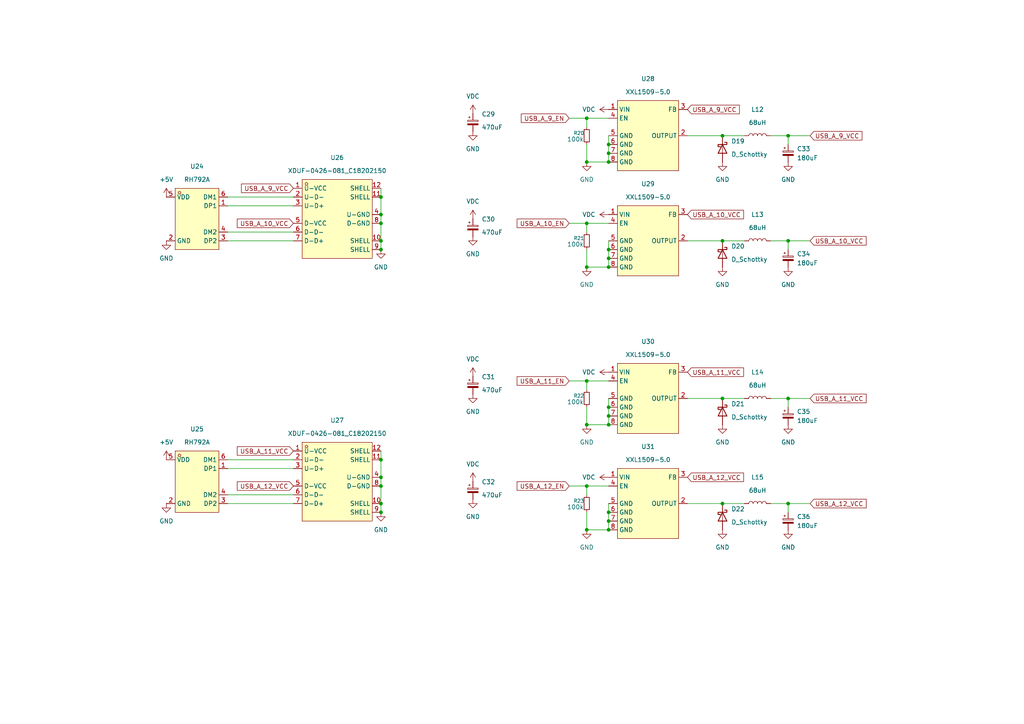
<source format=kicad_sch>
(kicad_sch (version 20250114) (generator "eeschema") (generator_version "9.0")
  (paper "A4")
  (lib_symbols
    (symbol "Device:C_Polarized_Small" (pin_numbers (hide yes)) (pin_names (offset 0.254) (hide yes))
      (property "Reference" "C" (at 0.254 1.778 0))
      (property "Value" "C_Polarized_Small" (at 0.254 -2.032 0))
      (symbol "C_Polarized_Small_0_1"
        (rectangle (start -1.524 0.6858) (end 1.524 0.3048))
        (rectangle (start -1.524 -0.3048) (end 1.524 -0.6858) (fill (type outline)))
        (polyline (pts (xy -1.27 1.524) (xy -0.762 1.524)))
        (polyline (pts (xy -1.016 1.27) (xy -1.016 1.778)))
      )
      (symbol "C_Polarized_Small_1_1"
        (pin passive line (at 0 2.54 270) (length 1.8542) (name "~") (number "1"))
        (pin passive line (at 0 -2.54 90) (length 1.8542) (name "~") (number "2"))
      )
    )
    (symbol "Device:D_Schottky" (pin_numbers (hide yes)) (pin_names (offset 1.016) (hide yes))
      (property "Reference" "D" (at 0 2.54 0))
      (property "Value" "D_Schottky" (at 0 -2.54 0))
      (symbol "D_Schottky_0_1"
        (polyline (pts (xy -1.905 0.635) (xy -1.905 1.27) (xy -1.27 1.27) (xy -1.27 -1.27) (xy -0.635 -1.27) (xy -0.635 -0.635)) (stroke (width 0.254)))
        (polyline (pts (xy 1.27 1.27) (xy 1.27 -1.27) (xy -1.27 0) (xy 1.27 1.27)) (stroke (width 0.254)))
        (polyline (pts (xy 1.27 0) (xy -1.27 0)))
      )
      (symbol "D_Schottky_1_1"
        (pin passive line (at -3.81 0 0) (length 2.54) (name "K") (number "1"))
        (pin passive line (at 3.81 0 180) (length 2.54) (name "A") (number "2"))
      )
    )
    (symbol "Device:L" (pin_numbers (hide yes)) (pin_names (offset 1.016) (hide yes))
      (property "Reference" "L" (at -1.27 0 90))
      (property "Value" "L" (at 1.905 0 90))
      (symbol "L_0_1"
        (arc (start 0 2.54) (mid 0.6323 1.905) (end 0 1.27))
        (arc (start 0 1.27) (mid 0.6323 0.635) (end 0 0))
        (arc (start 0 0) (mid 0.6323 -0.635) (end 0 -1.27))
        (arc (start 0 -1.27) (mid 0.6323 -1.905) (end 0 -2.54))
      )
      (symbol "L_1_1"
        (pin passive line (at 0 3.81 270) (length 1.27) (name "1") (number "1"))
        (pin passive line (at 0 -3.81 90) (length 1.27) (name "2") (number "2"))
      )
    )
    (symbol "Device:R_Small" (pin_numbers (hide yes)) (pin_names (offset 0.254) (hide yes))
      (property "Reference" "R" (at 0 0 90))
      (property "Value" "R_Small" (at 1.778 0 90))
      (symbol "R_Small_0_1"
        (rectangle (start -0.762 1.778) (end 0.762 -1.778) (stroke (width 0.2032)))
      )
      (symbol "R_Small_1_1"
        (pin passive line (at 0 2.54 270) (length 0.762) (name "~") (number "1"))
        (pin passive line (at 0 -2.54 90) (length 0.762) (name "~") (number "2"))
      )
    )
    (symbol "EasyEDA:RH792A"
      (property "Reference" "U" (at 0 7.62 0))
      (property "Value" "RH792A" (at 0 -14.986 0))
      (symbol "RH792A_0_1"
        (rectangle (start -6.35 5.08) (end 6.35 -12.7) (fill (type background)))
        (circle (center -5.08 3.81) (radius 0.38))
        (pin unspecified line (at -8.89 2.54 0) (length 2.54) (name "VDD") (number "5"))
        (pin unspecified line (at -8.89 -10.16 0) (length 2.54) (name "GND") (number "2"))
        (pin unspecified line (at 8.89 2.54 180) (length 2.54) (name "DM1") (number "6"))
        (pin unspecified line (at 8.89 0 180) (length 2.54) (name "DP1") (number "1"))
        (pin unspecified line (at 8.89 -7.62 180) (length 2.54) (name "DM2") (number "4"))
        (pin unspecified line (at 8.89 -10.16 180) (length 2.54) (name "DP2") (number "3"))
      )
    )
    (symbol "EasyEDA:XDUF-0426-081_C18202150"
      (property "Reference" "U" (at 0 15.24 0))
      (property "Value" "XDUF-0426-081_C18202150" (at 0 -12.7 0))
      (symbol "XDUF-0426-081_C18202150_0_1"
        (rectangle (start -10.16 12.7) (end 10.16 -10.16) (fill (type background)))
        (circle (center -8.89 11.43) (radius 0.38))
        (pin unspecified line (at -12.7 10.16 0) (length 2.54) (name "U-VCC") (number "1"))
        (pin unspecified line (at -12.7 7.62 0) (length 2.54) (name "U-D-") (number "2"))
        (pin unspecified line (at -12.7 5.08 0) (length 2.54) (name "U-D+") (number "3"))
        (pin unspecified line (at -12.7 0 0) (length 2.54) (name "D-VCC") (number "5"))
        (pin unspecified line (at -12.7 -2.54 0) (length 2.54) (name "D-D-") (number "6"))
        (pin unspecified line (at -12.7 -5.08 0) (length 2.54) (name "D-D+") (number "7"))
        (pin unspecified line (at 12.7 10.16 180) (length 2.54) (name "SHELL") (number "12"))
        (pin unspecified line (at 12.7 7.62 180) (length 2.54) (name "SHELL") (number "11"))
        (pin unspecified line (at 12.7 2.54 180) (length 2.54) (name "U-GND") (number "4"))
        (pin unspecified line (at 12.7 0 180) (length 2.54) (name "D-GND") (number "8"))
        (pin unspecified line (at 12.7 -5.08 180) (length 2.54) (name "SHELL") (number "10"))
        (pin unspecified line (at 12.7 -7.62 180) (length 2.54) (name "SHELL") (number "9"))
      )
    )
    (symbol "EasyEDA:XXL1509-5.0"
      (property "Reference" "U" (at 0 12.7 0))
      (property "Value" "XXL1509-5.0" (at 0 -12.7 0))
      (symbol "XXL1509-5.0_0_1"
        (rectangle (start -8.89 10.16) (end 8.89 -10.16) (fill (type background)))
        (pin unspecified line (at -11.43 7.62 0) (length 2.54) (name "FB") (number "3"))
        (pin unspecified line (at -11.43 0 0) (length 2.54) (name "OUTPUT") (number "2"))
        (pin unspecified line (at 11.43 7.62 180) (length 2.54) (name "VIN") (number "1"))
        (pin unspecified line (at 11.43 5.08 180) (length 2.54) (name "EN") (number "4"))
        (pin unspecified line (at 11.43 0 180) (length 2.54) (name "GND") (number "5"))
        (pin unspecified line (at 11.43 -2.54 180) (length 2.54) (name "GND") (number "6"))
        (pin unspecified line (at 11.43 -5.08 180) (length 2.54) (name "GND") (number "7"))
        (pin unspecified line (at 11.43 -7.62 180) (length 2.54) (name "GND") (number "8"))
      )
    )
    (symbol "power:+5V" (power) (pin_numbers (hide yes)) (pin_names (offset 0) (hide yes))
      (property "Value" "+5V" (at 0 3.556 0))
      (symbol "+5V_0_1"
        (polyline (pts (xy -0.762 1.27) (xy 0 2.54)))
        (polyline (pts (xy 0 2.54) (xy 0.762 1.27)))
        (polyline (pts (xy 0 0) (xy 0 2.54)))
      )
      (symbol "+5V_1_1"
        (pin power_in line (at 0 0 90) (length 0) (name "~") (number "1"))
      )
    )
    (symbol "power:GND" (power) (pin_numbers (hide yes)) (pin_names (offset 0) (hide yes))
      (property "Value" "GND" (at 0 -3.81 0))
      (symbol "GND_0_1"
        (polyline (pts (xy 0 0) (xy 0 -1.27) (xy 1.27 -1.27) (xy 0 -2.54) (xy -1.27 -1.27) (xy 0 -1.27)))
      )
      (symbol "GND_1_1"
        (pin power_in line (at 0 0 270) (length 0) (name "~") (number "1"))
      )
    )
    (symbol "power:VDC" (power) (pin_numbers (hide yes)) (pin_names (offset 0) (hide yes))
      (property "Value" "VDC" (at 0 3.556 0))
      (symbol "VDC_0_1"
        (polyline (pts (xy -0.762 1.27) (xy 0 2.54)))
        (polyline (pts (xy 0 2.54) (xy 0.762 1.27)))
        (polyline (pts (xy 0 0) (xy 0 2.54)))
      )
      (symbol "VDC_1_1"
        (pin power_in line (at 0 0 90) (length 0) (name "~") (number "1"))
      )
    )
  )
  (junction (at 176.53 44.45))
  (junction (at 176.53 151.13))
  (junction (at 209.55 39.37))
  (junction (at 176.53 148.59))
  (junction (at 176.53 77.47))
  (junction (at 228.6 146.05))
  (junction (at 209.55 146.05))
  (junction (at 176.53 74.93))
  (junction (at 170.18 34.29))
  (junction (at 170.18 77.47))
  (junction (at 110.49 57.15))
  (junction (at 170.18 153.67))
  (junction (at 110.49 146.05))
  (junction (at 228.6 115.57))
  (junction (at 176.53 46.99))
  (junction (at 176.53 120.65))
  (junction (at 176.53 41.91))
  (junction (at 110.49 69.85))
  (junction (at 228.6 39.37))
  (junction (at 176.53 153.67))
  (junction (at 110.49 72.39))
  (junction (at 228.6 69.85))
  (junction (at 110.49 148.59))
  (junction (at 170.18 110.49))
  (junction (at 110.49 133.35))
  (junction (at 110.49 138.43))
  (junction (at 209.55 69.85))
  (junction (at 170.18 46.99))
  (junction (at 110.49 62.23))
  (junction (at 110.49 140.97))
  (junction (at 209.55 115.57))
  (junction (at 176.53 118.11))
  (junction (at 170.18 64.77))
  (junction (at 170.18 140.97))
  (junction (at 176.53 72.39))
  (junction (at 170.18 123.19))
  (junction (at 176.53 123.19))
  (junction (at 110.49 64.77))
  (wire (pts (xy 176.53 46.99) (xy 176.53 44.45)))
  (wire (pts (xy 176.53 77.47) (xy 176.53 74.93)))
  (wire (pts (xy 209.55 39.37) (xy 215.9 39.37)))
  (wire (pts (xy 110.49 133.35) (xy 110.49 138.43)))
  (wire (pts (xy 176.53 151.13) (xy 176.53 148.59)))
  (wire (pts (xy 170.18 34.29) (xy 170.18 36.83)))
  (wire (pts (xy 223.52 115.57) (xy 228.6 115.57)))
  (wire (pts (xy 228.6 148.59) (xy 228.6 146.05)))
  (wire (pts (xy 66.04 146.05) (xy 85.09 146.05)))
  (wire (pts (xy 176.53 115.57) (xy 176.53 118.11)))
  (wire (pts (xy 209.55 146.05) (xy 215.9 146.05)))
  (wire (pts (xy 176.53 69.85) (xy 176.53 72.39)))
  (wire (pts (xy 165.1 34.29) (xy 170.18 34.29)))
  (wire (pts (xy 170.18 34.29) (xy 176.53 34.29)))
  (wire (pts (xy 228.6 72.39) (xy 228.6 69.85)))
  (wire (pts (xy 199.39 69.85) (xy 209.55 69.85)))
  (wire (pts (xy 170.18 77.47) (xy 170.18 72.39)))
  (wire (pts (xy 110.49 57.15) (xy 110.49 62.23)))
  (wire (pts (xy 228.6 41.91) (xy 228.6 39.37)))
  (wire (pts (xy 209.55 115.57) (xy 215.9 115.57)))
  (wire (pts (xy 176.53 146.05) (xy 176.53 148.59)))
  (wire (pts (xy 165.1 140.97) (xy 170.18 140.97)))
  (wire (pts (xy 170.18 46.99) (xy 170.18 41.91)))
  (wire (pts (xy 110.49 146.05) (xy 110.49 148.59)))
  (wire (pts (xy 66.04 143.51) (xy 85.09 143.51)))
  (wire (pts (xy 66.04 67.31) (xy 85.09 67.31)))
  (wire (pts (xy 170.18 64.77) (xy 176.53 64.77)))
  (wire (pts (xy 228.6 115.57) (xy 234.95 115.57)))
  (wire (pts (xy 223.52 69.85) (xy 228.6 69.85)))
  (wire (pts (xy 165.1 110.49) (xy 170.18 110.49)))
  (wire (pts (xy 66.04 59.69) (xy 85.09 59.69)))
  (wire (pts (xy 209.55 69.85) (xy 215.9 69.85)))
  (wire (pts (xy 199.39 115.57) (xy 209.55 115.57)))
  (wire (pts (xy 66.04 135.89) (xy 85.09 135.89)))
  (wire (pts (xy 176.53 153.67) (xy 176.53 151.13)))
  (wire (pts (xy 228.6 146.05) (xy 234.95 146.05)))
  (wire (pts (xy 223.52 146.05) (xy 228.6 146.05)))
  (wire (pts (xy 66.04 57.15) (xy 85.09 57.15)))
  (wire (pts (xy 66.04 133.35) (xy 85.09 133.35)))
  (wire (pts (xy 110.49 54.61) (xy 110.49 57.15)))
  (wire (pts (xy 170.18 110.49) (xy 170.18 113.03)))
  (wire (pts (xy 199.39 39.37) (xy 209.55 39.37)))
  (wire (pts (xy 228.6 118.11) (xy 228.6 115.57)))
  (wire (pts (xy 170.18 153.67) (xy 170.18 148.59)))
  (wire (pts (xy 176.53 44.45) (xy 176.53 41.91)))
  (wire (pts (xy 228.6 39.37) (xy 234.95 39.37)))
  (wire (pts (xy 170.18 46.99) (xy 176.53 46.99)))
  (wire (pts (xy 170.18 110.49) (xy 176.53 110.49)))
  (wire (pts (xy 110.49 62.23) (xy 110.49 64.77)))
  (wire (pts (xy 110.49 130.81) (xy 110.49 133.35)))
  (wire (pts (xy 176.53 123.19) (xy 176.53 120.65)))
  (wire (pts (xy 170.18 140.97) (xy 170.18 143.51)))
  (wire (pts (xy 170.18 153.67) (xy 176.53 153.67)))
  (wire (pts (xy 170.18 123.19) (xy 170.18 118.11)))
  (wire (pts (xy 176.53 120.65) (xy 176.53 118.11)))
  (wire (pts (xy 170.18 123.19) (xy 176.53 123.19)))
  (wire (pts (xy 66.04 69.85) (xy 85.09 69.85)))
  (wire (pts (xy 176.53 39.37) (xy 176.53 41.91)))
  (wire (pts (xy 170.18 77.47) (xy 176.53 77.47)))
  (wire (pts (xy 228.6 69.85) (xy 234.95 69.85)))
  (wire (pts (xy 170.18 64.77) (xy 170.18 67.31)))
  (wire (pts (xy 110.49 140.97) (xy 110.49 146.05)))
  (wire (pts (xy 223.52 39.37) (xy 228.6 39.37)))
  (wire (pts (xy 165.1 64.77) (xy 170.18 64.77)))
  (wire (pts (xy 170.18 140.97) (xy 176.53 140.97)))
  (wire (pts (xy 110.49 138.43) (xy 110.49 140.97)))
  (wire (pts (xy 110.49 69.85) (xy 110.49 72.39)))
  (wire (pts (xy 176.53 74.93) (xy 176.53 72.39)))
  (wire (pts (xy 199.39 146.05) (xy 209.55 146.05)))
  (wire (pts (xy 110.49 64.77) (xy 110.49 69.85)))
  (global_label "USB_A_11_VCC" (shape input) (at 85.09 130.81 180) (property "Intersheetrefs" "${INTERSHEET_REFS}" (effects (hide yes))))
  (global_label "USB_A_12_VCC" (shape input) (at 234.95 146.05 0) (property "Intersheetrefs" "${INTERSHEET_REFS}" (effects (hide yes))))
  (global_label "USB_A_10_VCC" (shape input) (at 234.95 69.85 0) (property "Intersheetrefs" "${INTERSHEET_REFS}" (effects (hide yes))))
  (global_label "USB_A_10_EN" (shape input) (at 165.1 64.77 180) (property "Intersheetrefs" "${INTERSHEET_REFS}" (effects (hide yes))))
  (global_label "USB_A_9_VCC" (shape input) (at 234.95 39.37 0) (property "Intersheetrefs" "${INTERSHEET_REFS}" (effects (hide yes))))
  (global_label "USB_A_10_VCC" (shape input) (at 199.39 62.23 0) (property "Intersheetrefs" "${INTERSHEET_REFS}" (effects (hide yes))))
  (global_label "USB_A_9_VCC" (shape input) (at 85.09 54.61 180) (property "Intersheetrefs" "${INTERSHEET_REFS}" (effects (hide yes))))
  (global_label "USB_A_12_VCC" (shape input) (at 85.09 140.97 180) (property "Intersheetrefs" "${INTERSHEET_REFS}" (effects (hide yes))))
  (global_label "USB_A_10_VCC" (shape input) (at 85.09 64.77 180) (property "Intersheetrefs" "${INTERSHEET_REFS}" (effects (hide yes))))
  (global_label "USB_A_11_VCC" (shape input) (at 234.95 115.57 0) (property "Intersheetrefs" "${INTERSHEET_REFS}" (effects (hide yes))))
  (global_label "USB_A_9_VCC" (shape input) (at 199.39 31.75 0) (property "Intersheetrefs" "${INTERSHEET_REFS}" (effects (hide yes))))
  (global_label "USB_A_12_VCC" (shape input) (at 199.39 138.43 0) (property "Intersheetrefs" "${INTERSHEET_REFS}" (effects (hide yes))))
  (global_label "USB_A_9_EN" (shape input) (at 165.1 34.29 180) (property "Intersheetrefs" "${INTERSHEET_REFS}" (effects (hide yes))))
  (global_label "USB_A_11_EN" (shape input) (at 165.1 110.49 180) (property "Intersheetrefs" "${INTERSHEET_REFS}" (effects (hide yes))))
  (global_label "USB_A_12_EN" (shape input) (at 165.1 140.97 180) (property "Intersheetrefs" "${INTERSHEET_REFS}" (effects (hide yes))))
  (global_label "USB_A_11_VCC" (shape input) (at 199.39 107.95 0) (property "Intersheetrefs" "${INTERSHEET_REFS}" (effects (hide yes))))
  (symbol (lib_id "power:VDC") (at 137.16 109.22 0) (unit 1)
    (property "Reference" "#PWR0182" (effects (hide yes)))
    (property "Value" "VDC" (at 137.16 104.14 0))
    (property "Description" "Power symbol creates a global label with name \"VDC\"" (effects (hide yes)))
  )
  (symbol (lib_id "power:GND") (at 228.6 46.99 0) (unit 1)
    (property "Reference" "#PWR0198" (effects (hide yes)))
    (property "Value" "GND" (at 228.6 52.07 0))
    (property "Description" "Power symbol creates a global label with name \"GND\" , ground" (effects (hide yes)))
  )
  (symbol (lib_id "power:GND") (at 209.55 123.19 0) (unit 1)
    (property "Reference" "#PWR0196" (effects (hide yes)))
    (property "Value" "GND" (at 209.55 128.27 0))
    (property "Description" "Power symbol creates a global label with name \"GND\" , ground" (effects (hide yes)))
  )
  (symbol (lib_id "EasyEDA:XXL1509-5.0") (at 187.96 115.57 0) (mirror y) (unit 1)
    (property "Reference" "U30" (at 187.96 99.06 0))
    (property "Value" "XXL1509-5.0" (at 187.96 102.87 0))
    (property "Footprint" "easyeda2kicad:SOIC-8_L4.9-W3.9-P1.27-LS6.0-BL" (effects (hide yes)))
    (property "LCSC Part" "C42376977" (effects (hide yes)))
  )
  (symbol (lib_id "power:GND") (at 170.18 77.47 0) (mirror y) (unit 1)
    (property "Reference" "#PWR0187" (effects (hide yes)))
    (property "Value" "GND" (at 170.18 82.55 0))
    (property "Description" "Power symbol creates a global label with name \"GND\" , ground" (effects (hide yes)))
  )
  (symbol (lib_id "EasyEDA:XDUF-0426-081_C18202150") (at 97.79 64.77 0) (unit 1)
    (property "Reference" "U26" (at 97.79 45.72 0))
    (property "Value" "XDUF-0426-081_C18202150" (at 97.79 49.53 0))
    (property "Footprint" "easyeda2kicad:USB-A-TH_XDUF-0426-081" (effects (hide yes)))
    (property "LCSC Part" "C18202150" (effects (hide yes)))
  )
  (symbol (lib_id "EasyEDA:XXL1509-5.0") (at 187.96 39.37 0) (mirror y) (unit 1)
    (property "Reference" "U28" (at 187.96 22.86 0))
    (property "Value" "XXL1509-5.0" (at 187.96 26.67 0))
    (property "Footprint" "easyeda2kicad:SOIC-8_L4.9-W3.9-P1.27-LS6.0-BL" (effects (hide yes)))
    (property "LCSC Part" "C42376977" (effects (hide yes)))
  )
  (symbol (lib_id "power:GND") (at 170.18 153.67 0) (mirror y) (unit 1)
    (property "Reference" "#PWR0189" (effects (hide yes)))
    (property "Value" "GND" (at 170.18 158.75 0))
    (property "Description" "Power symbol creates a global label with name \"GND\" , ground" (effects (hide yes)))
  )
  (symbol (lib_id "power:GND") (at 48.26 69.85 0) (unit 1)
    (property "Reference" "#PWR0173" (effects (hide yes)))
    (property "Value" "GND" (at 48.26 74.93 0))
    (property "Description" "Power symbol creates a global label with name \"GND\" , ground" (effects (hide yes)))
  )
  (symbol (lib_id "power:GND") (at 228.6 123.19 0) (unit 1)
    (property "Reference" "#PWR0200" (effects (hide yes)))
    (property "Value" "GND" (at 228.6 128.27 0))
    (property "Description" "Power symbol creates a global label with name \"GND\" , ground" (effects (hide yes)))
  )
  (symbol (lib_id "power:VDC") (at 137.16 33.02 0) (unit 1)
    (property "Reference" "#PWR0178" (effects (hide yes)))
    (property "Value" "VDC" (at 137.16 27.94 0))
    (property "Description" "Power symbol creates a global label with name \"VDC\"" (effects (hide yes)))
  )
  (symbol (lib_id "Device:C_Polarized_Small") (at 228.6 120.65 0) (unit 1)
    (property "Reference" "C35" (at 231.14 119.38 0) (effects (justify left)))
    (property "Value" "180uF" (at 231.14 122.0088 0) (effects (justify left)))
    (property "Description" "Polarized capacitor, small symbol" (effects (hide yes)))
  )
  (symbol (lib_id "power:GND") (at 228.6 153.67 0) (unit 1)
    (property "Reference" "#PWR0201" (effects (hide yes)))
    (property "Value" "GND" (at 228.6 158.75 0))
    (property "Description" "Power symbol creates a global label with name \"GND\" , ground" (effects (hide yes)))
  )
  (symbol (lib_id "EasyEDA:RH792A") (at 57.15 135.89 0) (unit 1)
    (property "Reference" "U25" (at 57.15 124.46 0))
    (property "Value" "RH792A" (at 57.15 128.27 0))
    (property "Footprint" "easyeda2kicad:SOT-23-6_L2.9-W1.6-P0.95-LS2.9-BL" (effects (hide yes)))
    (property "LCSC Part" "C240192" (effects (hide yes)))
  )
  (symbol (lib_id "Device:C_Polarized_Small") (at 137.16 111.76 0) (unit 1)
    (property "Reference" "C31" (at 139.7 109.3088 0) (effects (justify left)))
    (property "Value" "470uF" (at 139.7 113.1188 0) (effects (justify left)))
    (property "Description" "Polarized capacitor, small symbol" (effects (hide yes)))
  )
  (symbol (lib_id "Device:C_Polarized_Small") (at 137.16 35.56 0) (unit 1)
    (property "Reference" "C29" (at 139.7 33.1088 0) (effects (justify left)))
    (property "Value" "470uF" (at 139.7 36.9188 0) (effects (justify left)))
    (property "Description" "Polarized capacitor, small symbol" (effects (hide yes)))
  )
  (symbol (lib_id "power:GND") (at 137.16 114.3 0) (unit 1)
    (property "Reference" "#PWR0183" (effects (hide yes)))
    (property "Value" "GND" (at 137.16 119.38 0))
    (property "Description" "Power symbol creates a global label with name \"GND\" , ground" (effects (hide yes)))
  )
  (symbol (lib_id "power:GND") (at 48.26 146.05 0) (unit 1)
    (property "Reference" "#PWR0175" (effects (hide yes)))
    (property "Value" "GND" (at 48.26 151.13 0))
    (property "Description" "Power symbol creates a global label with name \"GND\" , ground" (effects (hide yes)))
  )
  (symbol (lib_id "Device:C_Polarized_Small") (at 228.6 151.13 0) (unit 1)
    (property "Reference" "C36" (at 231.14 149.86 0) (effects (justify left)))
    (property "Value" "180uF" (at 231.14 152.4888 0) (effects (justify left)))
    (property "Description" "Polarized capacitor, small symbol" (effects (hide yes)))
  )
  (symbol (lib_id "power:+5V") (at 48.26 133.35 0) (unit 1)
    (property "Reference" "#PWR0174" (effects (hide yes)))
    (property "Value" "+5V" (at 48.26 128.27 0))
    (property "Description" "Power symbol creates a global label with name \"+5V\"" (effects (hide yes)))
  )
  (symbol (lib_id "Device:D_Schottky") (at 209.55 149.86 270) (unit 1)
    (property "Reference" "D22" (at 212.09 147.6374 90) (effects (justify left)))
    (property "Value" "D_Schottky" (at 212.09 151.4474 90) (effects (justify left)))
    (property "Description" "Schottky diode" (effects (hide yes)))
  )
  (symbol (lib_id "Device:D_Schottky") (at 209.55 43.18 270) (unit 1)
    (property "Reference" "D19" (at 212.09 40.9574 90) (effects (justify left)))
    (property "Value" "D_Schottky" (at 212.09 44.7674 90) (effects (justify left)))
    (property "Description" "Schottky diode" (effects (hide yes)))
  )
  (symbol (lib_id "power:VDC") (at 176.53 107.95 90) (unit 1)
    (property "Reference" "#PWR0192" (effects (hide yes)))
    (property "Value" "VDC" (at 172.72 107.9499 90) (effects (justify left)))
    (property "Description" "Power symbol creates a global label with name \"VDC\"" (effects (hide yes)))
  )
  (symbol (lib_id "power:GND") (at 209.55 46.99 0) (unit 1)
    (property "Reference" "#PWR0194" (effects (hide yes)))
    (property "Value" "GND" (at 209.55 52.07 0))
    (property "Description" "Power symbol creates a global label with name \"GND\" , ground" (effects (hide yes)))
  )
  (symbol (lib_id "power:GND") (at 170.18 46.99 0) (mirror y) (unit 1)
    (property "Reference" "#PWR0186" (effects (hide yes)))
    (property "Value" "GND" (at 170.18 52.07 0))
    (property "Description" "Power symbol creates a global label with name \"GND\" , ground" (effects (hide yes)))
  )
  (symbol (lib_id "Device:C_Polarized_Small") (at 137.16 142.24 0) (unit 1)
    (property "Reference" "C32" (at 139.7 139.7888 0) (effects (justify left)))
    (property "Value" "470uF" (at 139.7 143.5988 0) (effects (justify left)))
    (property "Description" "Polarized capacitor, small symbol" (effects (hide yes)))
  )
  (symbol (lib_id "power:GND") (at 110.49 72.39 0) (unit 1)
    (property "Reference" "#PWR0176" (effects (hide yes)))
    (property "Value" "GND" (at 110.49 77.47 0))
    (property "Description" "Power symbol creates a global label with name \"GND\" , ground" (effects (hide yes)))
  )
  (symbol (lib_id "EasyEDA:XXL1509-5.0") (at 187.96 69.85 0) (mirror y) (unit 1)
    (property "Reference" "U29" (at 187.96 53.34 0))
    (property "Value" "XXL1509-5.0" (at 187.96 57.15 0))
    (property "Footprint" "easyeda2kicad:SOIC-8_L4.9-W3.9-P1.27-LS6.0-BL" (effects (hide yes)))
    (property "LCSC Part" "C42376977" (effects (hide yes)))
  )
  (symbol (lib_id "power:GND") (at 137.16 144.78 0) (unit 1)
    (property "Reference" "#PWR0185" (effects (hide yes)))
    (property "Value" "GND" (at 137.16 149.86 0))
    (property "Description" "Power symbol creates a global label with name \"GND\" , ground" (effects (hide yes)))
  )
  (symbol (lib_id "Device:L") (at 219.71 146.05 90) (unit 1)
    (property "Reference" "L15" (at 219.71 138.43 90))
    (property "Value" "68uH" (at 219.71 142.24 90))
    (property "Description" "Inductor" (effects (hide yes)))
  )
  (symbol (lib_id "power:GND") (at 170.18 123.19 0) (mirror y) (unit 1)
    (property "Reference" "#PWR0188" (effects (hide yes)))
    (property "Value" "GND" (at 170.18 128.27 0))
    (property "Description" "Power symbol creates a global label with name \"GND\" , ground" (effects (hide yes)))
  )
  (symbol (lib_id "power:GND") (at 110.49 148.59 0) (unit 1)
    (property "Reference" "#PWR0177" (effects (hide yes)))
    (property "Value" "GND" (at 110.49 153.67 0))
    (property "Description" "Power symbol creates a global label with name \"GND\" , ground" (effects (hide yes)))
  )
  (symbol (lib_id "Device:C_Polarized_Small") (at 228.6 74.93 0) (unit 1)
    (property "Reference" "C34" (at 231.14 73.66 0) (effects (justify left)))
    (property "Value" "180uF" (at 231.14 76.2888 0) (effects (justify left)))
    (property "Description" "Polarized capacitor, small symbol" (effects (hide yes)))
  )
  (symbol (lib_id "Device:D_Schottky") (at 209.55 73.66 270) (unit 1)
    (property "Reference" "D20" (at 212.09 71.4374 90) (effects (justify left)))
    (property "Value" "D_Schottky" (at 212.09 75.2474 90) (effects (justify left)))
    (property "Description" "Schottky diode" (effects (hide yes)))
  )
  (symbol (lib_id "Device:R_Small") (at 170.18 146.05 180) (unit 1)
    (property "Reference" "R23" (at 167.894 145.288 0) (effects (font (size 1.016 1.016))))
    (property "Value" "100k" (at 166.878 147.066 0))
    (property "Description" "Resistor, small symbol" (effects (hide yes)))
  )
  (symbol (lib_id "Device:R_Small") (at 170.18 39.37 180) (unit 1)
    (property "Reference" "R20" (at 167.894 38.608 0) (effects (font (size 1.016 1.016))))
    (property "Value" "100k" (at 166.878 40.386 0))
    (property "Description" "Resistor, small symbol" (effects (hide yes)))
  )
  (symbol (lib_id "power:+5V") (at 48.26 57.15 0) (unit 1)
    (property "Reference" "#PWR0172" (effects (hide yes)))
    (property "Value" "+5V" (at 48.26 52.07 0))
    (property "Description" "Power symbol creates a global label with name \"+5V\"" (effects (hide yes)))
  )
  (symbol (lib_id "Device:R_Small") (at 170.18 69.85 180) (unit 1)
    (property "Reference" "R21" (at 167.894 69.088 0) (effects (font (size 1.016 1.016))))
    (property "Value" "100k" (at 166.878 70.866 0))
    (property "Description" "Resistor, small symbol" (effects (hide yes)))
  )
  (symbol (lib_id "power:GND") (at 209.55 153.67 0) (unit 1)
    (property "Reference" "#PWR0197" (effects (hide yes)))
    (property "Value" "GND" (at 209.55 158.75 0))
    (property "Description" "Power symbol creates a global label with name \"GND\" , ground" (effects (hide yes)))
  )
  (symbol (lib_id "power:GND") (at 228.6 77.47 0) (unit 1)
    (property "Reference" "#PWR0199" (effects (hide yes)))
    (property "Value" "GND" (at 228.6 82.55 0))
    (property "Description" "Power symbol creates a global label with name \"GND\" , ground" (effects (hide yes)))
  )
  (symbol (lib_id "Device:R_Small") (at 170.18 115.57 180) (unit 1)
    (property "Reference" "R22" (at 167.894 114.808 0) (effects (font (size 1.016 1.016))))
    (property "Value" "100k" (at 166.878 116.586 0))
    (property "Description" "Resistor, small symbol" (effects (hide yes)))
  )
  (symbol (lib_id "Device:D_Schottky") (at 209.55 119.38 270) (unit 1)
    (property "Reference" "D21" (at 212.09 117.1574 90) (effects (justify left)))
    (property "Value" "D_Schottky" (at 212.09 120.9674 90) (effects (justify left)))
    (property "Description" "Schottky diode" (effects (hide yes)))
  )
  (symbol (lib_id "Device:L") (at 219.71 115.57 90) (unit 1)
    (property "Reference" "L14" (at 219.71 107.95 90))
    (property "Value" "68uH" (at 219.71 111.76 90))
    (property "Description" "Inductor" (effects (hide yes)))
  )
  (symbol (lib_id "power:GND") (at 137.16 38.1 0) (unit 1)
    (property "Reference" "#PWR0179" (effects (hide yes)))
    (property "Value" "GND" (at 137.16 43.18 0))
    (property "Description" "Power symbol creates a global label with name \"GND\" , ground" (effects (hide yes)))
  )
  (symbol (lib_id "EasyEDA:XXL1509-5.0") (at 187.96 146.05 0) (mirror y) (unit 1)
    (property "Reference" "U31" (at 187.96 129.54 0))
    (property "Value" "XXL1509-5.0" (at 187.96 133.35 0))
    (property "Footprint" "easyeda2kicad:SOIC-8_L4.9-W3.9-P1.27-LS6.0-BL" (effects (hide yes)))
    (property "LCSC Part" "C42376977" (effects (hide yes)))
  )
  (symbol (lib_id "Device:L") (at 219.71 69.85 90) (unit 1)
    (property "Reference" "L13" (at 219.71 62.23 90))
    (property "Value" "68uH" (at 219.71 66.04 90))
    (property "Description" "Inductor" (effects (hide yes)))
  )
  (symbol (lib_id "Device:L") (at 219.71 39.37 90) (unit 1)
    (property "Reference" "L12" (at 219.71 31.75 90))
    (property "Value" "68uH" (at 219.71 35.56 90))
    (property "Description" "Inductor" (effects (hide yes)))
  )
  (symbol (lib_id "power:GND") (at 137.16 68.58 0) (unit 1)
    (property "Reference" "#PWR0181" (effects (hide yes)))
    (property "Value" "GND" (at 137.16 73.66 0))
    (property "Description" "Power symbol creates a global label with name \"GND\" , ground" (effects (hide yes)))
  )
  (symbol (lib_id "EasyEDA:RH792A") (at 57.15 59.69 0) (unit 1)
    (property "Reference" "U24" (at 57.15 48.26 0))
    (property "Value" "RH792A" (at 57.15 52.07 0))
    (property "Footprint" "easyeda2kicad:SOT-23-6_L2.9-W1.6-P0.95-LS2.9-BL" (effects (hide yes)))
    (property "LCSC Part" "C240192" (effects (hide yes)))
  )
  (symbol (lib_id "power:VDC") (at 176.53 138.43 90) (unit 1)
    (property "Reference" "#PWR0193" (effects (hide yes)))
    (property "Value" "VDC" (at 172.72 138.4299 90) (effects (justify left)))
    (property "Description" "Power symbol creates a global label with name \"VDC\"" (effects (hide yes)))
  )
  (symbol (lib_id "power:VDC") (at 137.16 63.5 0) (unit 1)
    (property "Reference" "#PWR0180" (effects (hide yes)))
    (property "Value" "VDC" (at 137.16 58.42 0))
    (property "Description" "Power symbol creates a global label with name \"VDC\"" (effects (hide yes)))
  )
  (symbol (lib_id "Device:C_Polarized_Small") (at 228.6 44.45 0) (unit 1)
    (property "Reference" "C33" (at 231.14 43.18 0) (effects (justify left)))
    (property "Value" "180uF" (at 231.14 45.8088 0) (effects (justify left)))
    (property "Description" "Polarized capacitor, small symbol" (effects (hide yes)))
  )
  (symbol (lib_id "power:VDC") (at 176.53 62.23 90) (unit 1)
    (property "Reference" "#PWR0191" (effects (hide yes)))
    (property "Value" "VDC" (at 172.72 62.2299 90) (effects (justify left)))
    (property "Description" "Power symbol creates a global label with name \"VDC\"" (effects (hide yes)))
  )
  (symbol (lib_id "power:GND") (at 209.55 77.47 0) (unit 1)
    (property "Reference" "#PWR0195" (effects (hide yes)))
    (property "Value" "GND" (at 209.55 82.55 0))
    (property "Description" "Power symbol creates a global label with name \"GND\" , ground" (effects (hide yes)))
  )
  (symbol (lib_id "power:VDC") (at 176.53 31.75 90) (unit 1)
    (property "Reference" "#PWR0190" (effects (hide yes)))
    (property "Value" "VDC" (at 172.72 31.7499 90) (effects (justify left)))
    (property "Description" "Power symbol creates a global label with name \"VDC\"" (effects (hide yes)))
  )
  (symbol (lib_id "Device:C_Polarized_Small") (at 137.16 66.04 0) (unit 1)
    (property "Reference" "C30" (at 139.7 63.5888 0) (effects (justify left)))
    (property "Value" "470uF" (at 139.7 67.3988 0) (effects (justify left)))
    (property "Description" "Polarized capacitor, small symbol" (effects (hide yes)))
  )
  (symbol (lib_id "EasyEDA:XDUF-0426-081_C18202150") (at 97.79 140.97 0) (unit 1)
    (property "Reference" "U27" (at 97.79 121.92 0))
    (property "Value" "XDUF-0426-081_C18202150" (at 97.79 125.73 0))
    (property "Footprint" "easyeda2kicad:USB-A-TH_XDUF-0426-081" (effects (hide yes)))
    (property "LCSC Part" "C18202150" (effects (hide yes)))
  )
  (symbol (lib_id "power:VDC") (at 137.16 139.7 0) (unit 1)
    (property "Reference" "#PWR0184" (effects (hide yes)))
    (property "Value" "VDC" (at 137.16 134.62 0))
    (property "Description" "Power symbol creates a global label with name \"VDC\"" (effects (hide yes)))
  )
)
</source>
